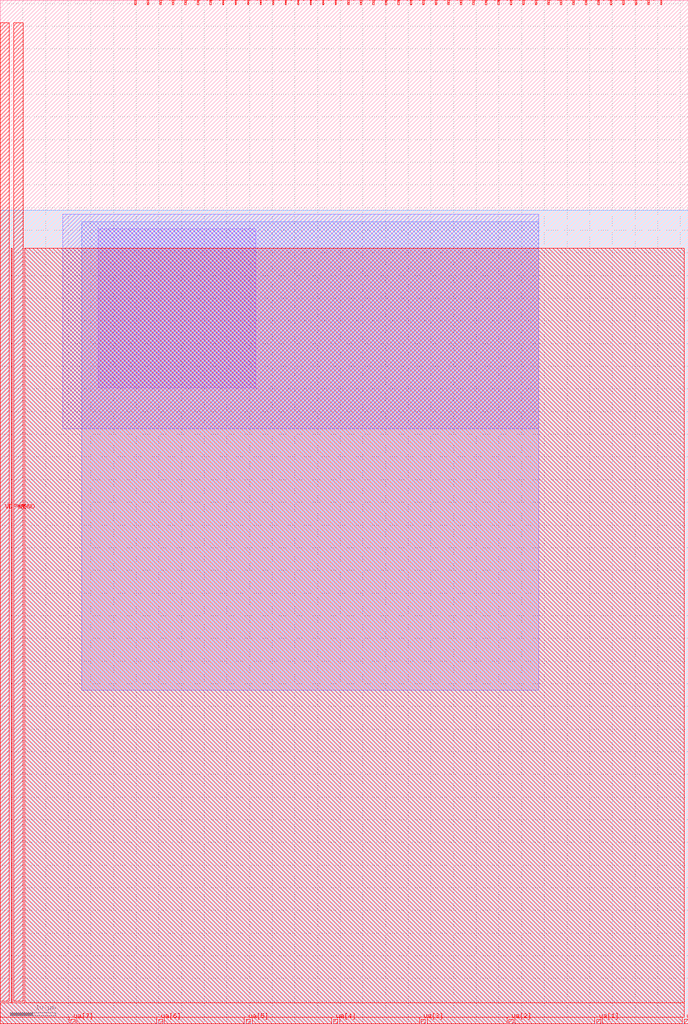
<source format=lef>
VERSION 5.7 ;
  NOWIREEXTENSIONATPIN ON ;
  DIVIDERCHAR "/" ;
  BUSBITCHARS "[]" ;
MACRO tt_um_test_13
  CLASS BLOCK ;
  FOREIGN tt_um_test_13 ;
  ORIGIN 0.000 0.000 ;
  SIZE 151.740 BY 225.760 ;
  PIN clk
    DIRECTION INPUT ;
    PORT
      LAYER met4 ;
        RECT 142.860 224.760 143.160 225.760 ;
    END
  END clk
  PIN ena
    DIRECTION INPUT ;
    PORT
      LAYER met4 ;
        RECT 145.620 224.760 145.920 225.760 ;
    END
  END ena
  PIN rst_n
    DIRECTION INPUT ;
    PORT
      LAYER met4 ;
        RECT 140.100 224.760 140.400 225.760 ;
    END
  END rst_n
  PIN ua[0]
    DIRECTION INOUT ;
    PORT
      LAYER met4 ;
        RECT 150.840 0.000 151.740 1.000 ;
    END
  END ua[0]
  PIN ua[1]
    DIRECTION INOUT ;
    PORT
      LAYER met4 ;
        RECT 131.520 0.000 132.420 1.000 ;
    END
  END ua[1]
  PIN ua[2]
    DIRECTION INOUT ;
    PORT
      LAYER met4 ;
        RECT 112.200 0.000 113.100 1.000 ;
    END
  END ua[2]
  PIN ua[3]
    DIRECTION INOUT ;
    PORT
      LAYER met4 ;
        RECT 92.880 0.000 93.780 1.000 ;
    END
  END ua[3]
  PIN ua[4]
    DIRECTION INOUT ;
    PORT
      LAYER met4 ;
        RECT 73.560 0.000 74.460 1.000 ;
    END
  END ua[4]
  PIN ua[5]
    DIRECTION INOUT ;
    PORT
      LAYER met4 ;
        RECT 54.240 0.000 55.140 1.000 ;
    END
  END ua[5]
  PIN ua[6]
    DIRECTION INOUT ;
    PORT
      LAYER met4 ;
        RECT 34.920 0.000 35.820 1.000 ;
    END
  END ua[6]
  PIN ua[7]
    DIRECTION INOUT ;
    PORT
      LAYER met4 ;
        RECT 15.600 0.000 16.500 1.000 ;
    END
  END ua[7]
  PIN ui_in[0]
    DIRECTION INPUT ;
    PORT
      LAYER met4 ;
        RECT 137.340 224.760 137.640 225.760 ;
    END
  END ui_in[0]
  PIN ui_in[1]
    DIRECTION INPUT ;
    PORT
      LAYER met4 ;
        RECT 134.580 224.760 134.880 225.760 ;
    END
  END ui_in[1]
  PIN ui_in[2]
    DIRECTION INPUT ;
    PORT
      LAYER met4 ;
        RECT 131.820 224.760 132.120 225.760 ;
    END
  END ui_in[2]
  PIN ui_in[3]
    DIRECTION INPUT ;
    PORT
      LAYER met4 ;
        RECT 129.060 224.760 129.360 225.760 ;
    END
  END ui_in[3]
  PIN ui_in[4]
    DIRECTION INPUT ;
    PORT
      LAYER met4 ;
        RECT 126.300 224.760 126.600 225.760 ;
    END
  END ui_in[4]
  PIN ui_in[5]
    DIRECTION INPUT ;
    PORT
      LAYER met4 ;
        RECT 123.540 224.760 123.840 225.760 ;
    END
  END ui_in[5]
  PIN ui_in[6]
    DIRECTION INPUT ;
    PORT
      LAYER met4 ;
        RECT 120.780 224.760 121.080 225.760 ;
    END
  END ui_in[6]
  PIN ui_in[7]
    DIRECTION INPUT ;
    PORT
      LAYER met4 ;
        RECT 118.020 224.760 118.320 225.760 ;
    END
  END ui_in[7]
  PIN uio_in[0]
    DIRECTION INPUT ;
    PORT
      LAYER met4 ;
        RECT 115.260 224.760 115.560 225.760 ;
    END
  END uio_in[0]
  PIN uio_in[1]
    DIRECTION INPUT ;
    PORT
      LAYER met4 ;
        RECT 112.500 224.760 112.800 225.760 ;
    END
  END uio_in[1]
  PIN uio_in[2]
    DIRECTION INPUT ;
    PORT
      LAYER met4 ;
        RECT 109.740 224.760 110.040 225.760 ;
    END
  END uio_in[2]
  PIN uio_in[3]
    DIRECTION INPUT ;
    PORT
      LAYER met4 ;
        RECT 106.980 224.760 107.280 225.760 ;
    END
  END uio_in[3]
  PIN uio_in[4]
    DIRECTION INPUT ;
    PORT
      LAYER met4 ;
        RECT 104.220 224.760 104.520 225.760 ;
    END
  END uio_in[4]
  PIN uio_in[5]
    DIRECTION INPUT ;
    PORT
      LAYER met4 ;
        RECT 101.460 224.760 101.760 225.760 ;
    END
  END uio_in[5]
  PIN uio_in[6]
    DIRECTION INPUT ;
    PORT
      LAYER met4 ;
        RECT 98.700 224.760 99.000 225.760 ;
    END
  END uio_in[6]
  PIN uio_in[7]
    DIRECTION INPUT ;
    PORT
      LAYER met4 ;
        RECT 95.940 224.760 96.240 225.760 ;
    END
  END uio_in[7]
  PIN uio_oe[0]
    DIRECTION OUTPUT TRISTATE ;
    PORT
      LAYER met4 ;
        RECT 49.020 224.760 49.320 225.760 ;
    END
  END uio_oe[0]
  PIN uio_oe[1]
    DIRECTION OUTPUT TRISTATE ;
    PORT
      LAYER met4 ;
        RECT 46.260 224.760 46.560 225.760 ;
    END
  END uio_oe[1]
  PIN uio_oe[2]
    DIRECTION OUTPUT TRISTATE ;
    PORT
      LAYER met4 ;
        RECT 43.500 224.760 43.800 225.760 ;
    END
  END uio_oe[2]
  PIN uio_oe[3]
    DIRECTION OUTPUT TRISTATE ;
    PORT
      LAYER met4 ;
        RECT 40.740 224.760 41.040 225.760 ;
    END
  END uio_oe[3]
  PIN uio_oe[4]
    DIRECTION OUTPUT TRISTATE ;
    PORT
      LAYER met4 ;
        RECT 37.980 224.760 38.280 225.760 ;
    END
  END uio_oe[4]
  PIN uio_oe[5]
    DIRECTION OUTPUT TRISTATE ;
    PORT
      LAYER met4 ;
        RECT 35.220 224.760 35.520 225.760 ;
    END
  END uio_oe[5]
  PIN uio_oe[6]
    DIRECTION OUTPUT TRISTATE ;
    PORT
      LAYER met4 ;
        RECT 32.460 224.760 32.760 225.760 ;
    END
  END uio_oe[6]
  PIN uio_oe[7]
    DIRECTION OUTPUT TRISTATE ;
    PORT
      LAYER met4 ;
        RECT 29.700 224.760 30.000 225.760 ;
    END
  END uio_oe[7]
  PIN uio_out[0]
    DIRECTION OUTPUT TRISTATE ;
    PORT
      LAYER met4 ;
        RECT 71.100 224.760 71.400 225.760 ;
    END
  END uio_out[0]
  PIN uio_out[1]
    DIRECTION OUTPUT TRISTATE ;
    PORT
      LAYER met4 ;
        RECT 68.340 224.760 68.640 225.760 ;
    END
  END uio_out[1]
  PIN uio_out[2]
    DIRECTION OUTPUT TRISTATE ;
    PORT
      LAYER met4 ;
        RECT 65.580 224.760 65.880 225.760 ;
    END
  END uio_out[2]
  PIN uio_out[3]
    DIRECTION OUTPUT TRISTATE ;
    PORT
      LAYER met4 ;
        RECT 62.820 224.760 63.120 225.760 ;
    END
  END uio_out[3]
  PIN uio_out[4]
    DIRECTION OUTPUT TRISTATE ;
    PORT
      LAYER met4 ;
        RECT 60.060 224.760 60.360 225.760 ;
    END
  END uio_out[4]
  PIN uio_out[5]
    DIRECTION OUTPUT TRISTATE ;
    PORT
      LAYER met4 ;
        RECT 57.300 224.760 57.600 225.760 ;
    END
  END uio_out[5]
  PIN uio_out[6]
    DIRECTION OUTPUT TRISTATE ;
    PORT
      LAYER met4 ;
        RECT 54.540 224.760 54.840 225.760 ;
    END
  END uio_out[6]
  PIN uio_out[7]
    DIRECTION OUTPUT TRISTATE ;
    PORT
      LAYER met4 ;
        RECT 51.780 224.760 52.080 225.760 ;
    END
  END uio_out[7]
  PIN uo_out[0]
    DIRECTION OUTPUT TRISTATE ;
    PORT
      LAYER met4 ;
        RECT 93.180 224.760 93.480 225.760 ;
    END
  END uo_out[0]
  PIN uo_out[1]
    DIRECTION OUTPUT TRISTATE ;
    PORT
      LAYER met4 ;
        RECT 90.420 224.760 90.720 225.760 ;
    END
  END uo_out[1]
  PIN uo_out[2]
    DIRECTION OUTPUT TRISTATE ;
    PORT
      LAYER met4 ;
        RECT 87.660 224.760 87.960 225.760 ;
    END
  END uo_out[2]
  PIN uo_out[3]
    DIRECTION OUTPUT TRISTATE ;
    PORT
      LAYER met4 ;
        RECT 84.900 224.760 85.200 225.760 ;
    END
  END uo_out[3]
  PIN uo_out[4]
    DIRECTION OUTPUT TRISTATE ;
    PORT
      LAYER met4 ;
        RECT 82.140 224.760 82.440 225.760 ;
    END
  END uo_out[4]
  PIN uo_out[5]
    DIRECTION OUTPUT TRISTATE ;
    PORT
      LAYER met4 ;
        RECT 79.380 224.760 79.680 225.760 ;
    END
  END uo_out[5]
  PIN uo_out[6]
    DIRECTION OUTPUT TRISTATE ;
    PORT
      LAYER met4 ;
        RECT 76.620 224.760 76.920 225.760 ;
    END
  END uo_out[6]
  PIN uo_out[7]
    DIRECTION OUTPUT TRISTATE ;
    PORT
      LAYER met4 ;
        RECT 73.860 224.760 74.160 225.760 ;
    END
  END uo_out[7]
  PIN VDPWR
    DIRECTION INOUT ;
    USE POWER ;
    PORT
      LAYER met4 ;
        RECT 0.030 5.000 2.030 220.760 ;
    END
  END VDPWR
  PIN VGND
    DIRECTION INOUT ;
    USE GROUND ;
    PORT
      LAYER met4 ;
        RECT 3.030 5.000 5.030 220.760 ;
    END
  END VGND
  OBS
      LAYER li1 ;
        RECT 21.630 140.305 56.380 175.355 ;
      LAYER met1 ;
        RECT 13.780 131.250 118.760 178.515 ;
      LAYER met2 ;
        RECT 17.980 73.565 118.730 176.885 ;
      LAYER met3 ;
        RECT 0.000 0.020 151.730 179.400 ;
      LAYER met4 ;
        RECT 2.430 4.600 2.630 171.055 ;
        RECT 5.430 4.600 150.840 171.055 ;
        RECT 0.025 1.400 150.840 4.600 ;
        RECT 0.025 0.045 15.200 1.400 ;
        RECT 16.900 0.045 34.520 1.400 ;
        RECT 36.220 0.045 53.840 1.400 ;
        RECT 55.540 0.045 73.160 1.400 ;
        RECT 74.860 0.045 92.480 1.400 ;
        RECT 94.180 0.045 111.800 1.400 ;
        RECT 113.500 0.045 131.120 1.400 ;
        RECT 132.820 0.045 150.440 1.400 ;
  END
END tt_um_test_13
END LIBRARY


</source>
